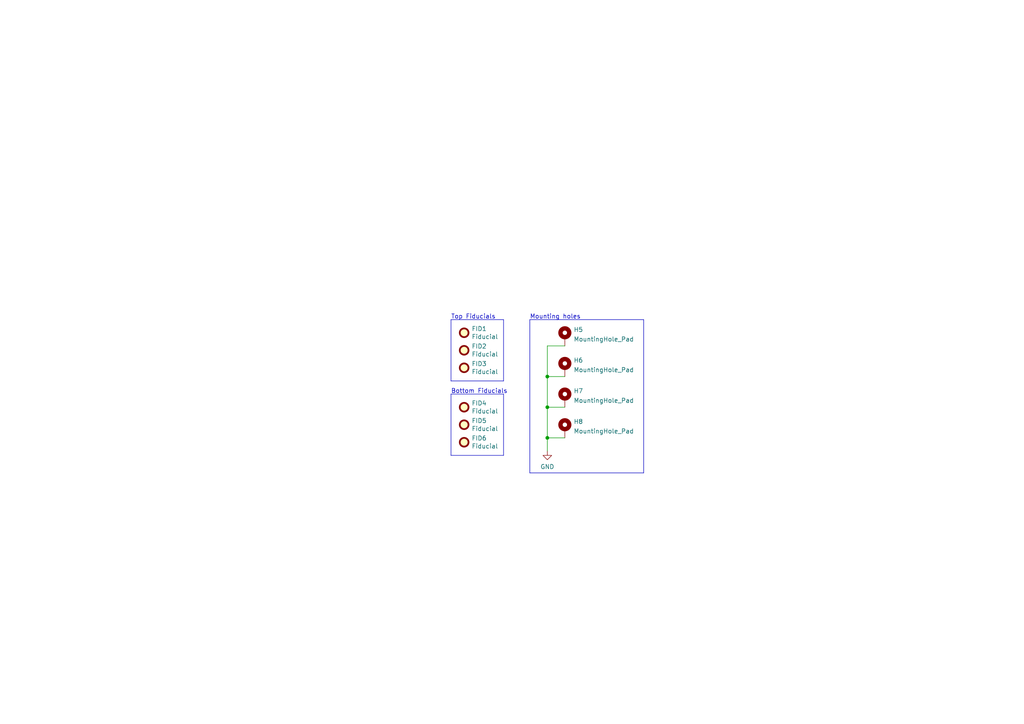
<source format=kicad_sch>
(kicad_sch (version 20230121) (generator eeschema)
  (paper "A4")
  (title_block (title "LumenPnP Motherboard") (date "2022-03-29") (company "Opulo"))
  (lib_symbols
    (symbol "Mechanical:Fiducial"
      (property "Reference" "FID" (at 0 5.08 0))
      (property "Value" "Fiducial" (at 0 3.175 0))
      (symbol "Fiducial_0_1"
        (circle (center 0 0) (radius 1.27) (stroke (width 0.508)) (fill (type background)))
      )
    )
    (symbol "Mechanical:MountingHole_Pad" (pin_numbers hide) (pin_names (offset 1.016) hide)
      (property "Reference" "H" (at 0 6.35 0))
      (property "Value" "MountingHole_Pad" (at 0 4.445 0))
      (symbol "MountingHole_Pad_0_1"
        (circle (center 0 1.27) (radius 1.27) (stroke (width 1.27)))
      )
      (symbol "MountingHole_Pad_1_1"
        (pin input line (at 0 -2.54 90) (length 2.54) (name "1") (number "1"))
      )
    )
    (symbol "power:GND" (power) (pin_names (offset 0))
      (property "Value" "GND" (at 0 -3.81 0))
      (symbol "GND_0_1"
        (polyline (pts (xy 0 0) (xy 0 -1.27) (xy 1.27 -1.27) (xy 0 -2.54) (xy -1.27 -1.27) (xy 0 -1.27)))
      )
      (symbol "GND_1_1"
        (pin power_in line (at 0 0 270) (length 0) hide (name "GND") (number "1"))
      )
    )
  )
  (junction (at 158.75 127))
  (junction (at 158.75 118.11))
  (junction (at 158.75 109.22))
  (polyline (pts (xy 146.05 114.3) (xy 146.05 132.08)))
  (polyline (pts (xy 186.69 137.16) (xy 153.67 137.16)))
  (polyline (pts (xy 130.81 92.71) (xy 146.05 92.71)))
  (wire (pts (xy 158.75 127) (xy 158.75 130.81)))
  (polyline (pts (xy 146.05 92.71) (xy 146.05 110.49)))
  (polyline (pts (xy 186.69 92.71) (xy 186.69 137.16)))
  (wire (pts (xy 163.83 100.33) (xy 158.75 100.33)))
  (polyline (pts (xy 153.67 92.71) (xy 153.67 137.16)))
  (polyline (pts (xy 130.81 114.3) (xy 146.05 114.3)))
  (polyline (pts (xy 130.81 92.71) (xy 130.81 110.49)))
  (polyline (pts (xy 146.05 132.08) (xy 130.81 132.08)))
  (wire (pts (xy 158.75 100.33) (xy 158.75 109.22)))
  (wire (pts (xy 158.75 109.22) (xy 158.75 118.11)))
  (wire (pts (xy 163.83 109.22) (xy 158.75 109.22)))
  (polyline (pts (xy 146.05 110.49) (xy 130.81 110.49)))
  (polyline (pts (xy 153.67 92.71) (xy 186.69 92.71)))
  (polyline (pts (xy 130.81 114.3) (xy 130.81 132.08)))
  (wire (pts (xy 163.83 127) (xy 158.75 127)))
  (wire (pts (xy 158.75 118.11) (xy 158.75 127)))
  (wire (pts (xy 163.83 118.11) (xy 158.75 118.11)))
  (text "Bottom Fiducials" (at 130.81 114.3 0) (effects (font (size 1.27 1.27)) (justify left bottom)))
  (text "Top Fiducials" (at 130.81 92.71 0) (effects (font (size 1.27 1.27)) (justify left bottom)))
  (text "Mounting holes" (at 153.67 92.71 0) (effects (font (size 1.27 1.27)) (justify left bottom)))
  (symbol (lib_id "Mechanical:Fiducial") (at 134.62 96.52 0) (unit 1)
    (property "Reference" "FID1" (at 136.779 95.3516 0) (effects (justify left)))
    (property "Value" "Fiducial" (at 136.779 97.663 0) (effects (justify left)))
    (property "Footprint" "Fiducial:Fiducial_1mm_Mask2mm" (effects hide))
    (property "LCSC" "DNP" (effects hide))
  )
  (symbol (lib_id "Mechanical:Fiducial") (at 134.62 106.68 0) (unit 1)
    (property "Reference" "FID3" (at 136.779 105.5116 0) (effects (justify left)))
    (property "Value" "Fiducial" (at 136.779 107.823 0) (effects (justify left)))
    (property "Footprint" "Fiducial:Fiducial_1mm_Mask2mm" (effects hide))
    (property "LCSC" "DNP" (effects hide))
  )
  (symbol (lib_id "Mechanical:Fiducial") (at 134.62 101.6 0) (unit 1)
    (property "Reference" "FID2" (at 136.779 100.4316 0) (effects (justify left)))
    (property "Value" "Fiducial" (at 136.779 102.743 0) (effects (justify left)))
    (property "Footprint" "Fiducial:Fiducial_1mm_Mask2mm" (effects hide))
    (property "LCSC" "DNP" (effects hide))
  )
  (symbol (lib_id "power:GND") (at 158.75 130.81 0) (unit 1)
    (property "Reference" "#PWR0243" (effects hide))
    (property "Value" "GND" (at 158.75 135.3725 0))
  )
  (symbol (lib_id "Mechanical:MountingHole_Pad") (at 163.83 106.68 0) (unit 1)
    (property "Reference" "H6" (at 166.37 104.5015 0) (effects (justify left)))
    (property "Value" "MountingHole_Pad" (at 166.37 107.2766 0) (effects (justify left)))
    (property "Footprint" "MountingHole:MountingHole_3.2mm_M3_DIN965_Pad" (effects hide))
    (property "LCSC" "DNP" (effects hide))
  )
  (symbol (lib_id "Mechanical:MountingHole_Pad") (at 163.83 124.46 0) (unit 1)
    (property "Reference" "H8" (at 166.37 122.2815 0) (effects (justify left)))
    (property "Value" "MountingHole_Pad" (at 166.37 125.0566 0) (effects (justify left)))
    (property "Footprint" "MountingHole:MountingHole_3.2mm_M3_DIN965_Pad" (effects hide))
    (property "LCSC" "DNP" (effects hide))
  )
  (symbol (lib_id "Mechanical:Fiducial") (at 134.62 118.11 0) (unit 1)
    (property "Reference" "FID4" (at 136.779 116.9416 0) (effects (justify left)))
    (property "Value" "Fiducial" (at 136.779 119.253 0) (effects (justify left)))
    (property "Footprint" "Fiducial:Fiducial_1mm_Mask2mm" (effects hide))
    (property "LCSC" "DNP" (effects hide))
  )
  (symbol (lib_id "Mechanical:MountingHole_Pad") (at 163.83 97.79 0) (unit 1)
    (property "Reference" "H5" (at 166.37 95.6115 0) (effects (justify left)))
    (property "Value" "MountingHole_Pad" (at 166.37 98.3866 0) (effects (justify left)))
    (property "Footprint" "MountingHole:MountingHole_3.2mm_M3_DIN965_Pad" (effects hide))
    (property "LCSC" "DNP" (effects hide))
  )
  (symbol (lib_id "Mechanical:Fiducial") (at 134.62 128.27 0) (unit 1)
    (property "Reference" "FID6" (at 136.779 127.1016 0) (effects (justify left)))
    (property "Value" "Fiducial" (at 136.779 129.413 0) (effects (justify left)))
    (property "Footprint" "Fiducial:Fiducial_1mm_Mask2mm" (effects hide))
    (property "LCSC" "DNP" (effects hide))
  )
  (symbol (lib_id "Mechanical:MountingHole_Pad") (at 163.83 115.57 0) (unit 1)
    (property "Reference" "H7" (at 166.37 113.3915 0) (effects (justify left)))
    (property "Value" "MountingHole_Pad" (at 166.37 116.1666 0) (effects (justify left)))
    (property "Footprint" "MountingHole:MountingHole_3.2mm_M3_DIN965_Pad" (effects hide))
    (property "LCSC" "DNP" (effects hide))
  )
  (symbol (lib_id "Mechanical:Fiducial") (at 134.62 123.19 0) (unit 1)
    (property "Reference" "FID5" (at 136.779 122.0216 0) (effects (justify left)))
    (property "Value" "Fiducial" (at 136.779 124.333 0) (effects (justify left)))
    (property "Footprint" "Fiducial:Fiducial_1mm_Mask2mm" (effects hide))
    (property "LCSC" "DNP" (effects hide))
  )
)
</source>
